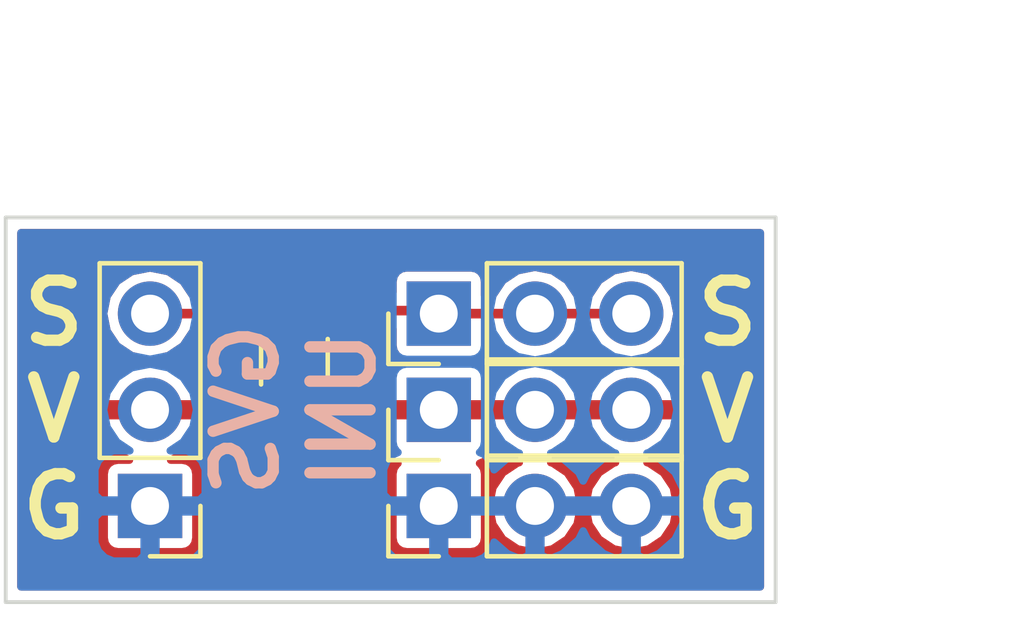
<source format=kicad_pcb>
(kicad_pcb (version 4) (host pcbnew "(after 2015-mar-04 BZR unknown)-product")

  (general
    (links 11)
    (no_connects 0)
    (area 15.189999 21.28 45.135715 36.880001)
    (thickness 1.6)
    (drawings 9)
    (tracks 7)
    (zones 0)
    (modules 5)
    (nets 4)
  )

  (page A3)
  (layers
    (0 F.Cu signal)
    (31 B.Cu signal)
    (36 B.SilkS user)
    (37 F.SilkS user)
    (38 B.Mask user)
    (39 F.Mask user)
    (40 Dwgs.User user)
    (41 Cmts.User user)
    (44 Edge.Cuts user)
  )

  (setup
    (last_trace_width 0.254)
    (trace_clearance 0.254)
    (zone_clearance 0.254)
    (zone_45_only no)
    (trace_min 0.254)
    (segment_width 0.2)
    (edge_width 0.1)
    (via_size 0.889)
    (via_drill 0.635)
    (via_min_size 0.889)
    (via_min_drill 0.508)
    (uvia_size 0.508)
    (uvia_drill 0.127)
    (uvias_allowed no)
    (uvia_min_size 0.508)
    (uvia_min_drill 0.127)
    (pcb_text_width 0.3)
    (pcb_text_size 1.5 1.5)
    (mod_edge_width 0.15)
    (mod_text_size 1 1)
    (mod_text_width 0.15)
    (pad_size 1.5 1.5)
    (pad_drill 0.6)
    (pad_to_mask_clearance 0)
    (aux_axis_origin 0 0)
    (visible_elements 7FFFFF7F)
    (pcbplotparams
      (layerselection 0x010f0_80000001)
      (usegerberextensions false)
      (excludeedgelayer true)
      (linewidth 0.150000)
      (plotframeref false)
      (viasonmask false)
      (mode 1)
      (useauxorigin false)
      (hpglpennumber 1)
      (hpglpenspeed 20)
      (hpglpendiameter 15)
      (hpglpenoverlay 2)
      (psnegative false)
      (psa4output false)
      (plotreference true)
      (plotvalue true)
      (plotinvisibletext false)
      (padsonsilk false)
      (subtractmaskfromsilk false)
      (outputformat 1)
      (mirror false)
      (drillshape 0)
      (scaleselection 1)
      (outputdirectory plots/))
  )

  (net 0 "")
  (net 1 /GND)
  (net 2 /SIG)
  (net 3 /VCC)

  (net_class Default "This is the default net class."
    (clearance 0.254)
    (trace_width 0.254)
    (via_dia 0.889)
    (via_drill 0.635)
    (uvia_dia 0.508)
    (uvia_drill 0.127)
    (add_net /GND)
    (add_net /SIG)
    (add_net /VCC)
  )

  (module Pin_Headers:Pin_Header_Straight_1x03_Pitch2.54mm (layer F.Cu) (tedit 590B3393) (tstamp 590B32EA)
    (at 19.05 34.29 180)
    (descr "Through hole straight pin header, 1x03, 2.54mm pitch, single row")
    (tags "Through hole pin header THT 1x03 2.54mm single row")
    (path /590B343A)
    (fp_text reference J1 (at -2.54 -1.27 180) (layer F.SilkS) hide
      (effects (font (size 1 1) (thickness 0.15)))
    )
    (fp_text value GVS (at 0 7.41 180) (layer F.SilkS) hide
      (effects (font (size 1 1) (thickness 0.15)))
    )
    (fp_line (start -1.27 -1.27) (end -1.27 6.35) (layer F.Fab) (width 0.1))
    (fp_line (start -1.27 6.35) (end 1.27 6.35) (layer F.Fab) (width 0.1))
    (fp_line (start 1.27 6.35) (end 1.27 -1.27) (layer F.Fab) (width 0.1))
    (fp_line (start 1.27 -1.27) (end -1.27 -1.27) (layer F.Fab) (width 0.1))
    (fp_line (start -1.33 1.27) (end -1.33 6.41) (layer F.SilkS) (width 0.12))
    (fp_line (start -1.33 6.41) (end 1.33 6.41) (layer F.SilkS) (width 0.12))
    (fp_line (start 1.33 6.41) (end 1.33 1.27) (layer F.SilkS) (width 0.12))
    (fp_line (start 1.33 1.27) (end -1.33 1.27) (layer F.SilkS) (width 0.12))
    (fp_line (start -1.33 0) (end -1.33 -1.33) (layer F.SilkS) (width 0.12))
    (fp_line (start -1.33 -1.33) (end 0 -1.33) (layer F.SilkS) (width 0.12))
    (fp_line (start -1.8 -1.8) (end -1.8 6.85) (layer F.CrtYd) (width 0.05))
    (fp_line (start -1.8 6.85) (end 1.8 6.85) (layer F.CrtYd) (width 0.05))
    (fp_line (start 1.8 6.85) (end 1.8 -1.8) (layer F.CrtYd) (width 0.05))
    (fp_line (start 1.8 -1.8) (end -1.8 -1.8) (layer F.CrtYd) (width 0.05))
    (fp_text user %R (at 0 -2.33 180) (layer F.Fab)
      (effects (font (size 1 1) (thickness 0.15)))
    )
    (pad 1 thru_hole rect (at 0 0 180) (size 1.7 1.7) (drill 1) (layers *.Cu *.Mask)
      (net 1 /GND))
    (pad 2 thru_hole oval (at 0 2.54 180) (size 1.7 1.7) (drill 1) (layers *.Cu *.Mask)
      (net 3 /VCC))
    (pad 3 thru_hole oval (at 0 5.08 180) (size 1.7 1.7) (drill 1) (layers *.Cu *.Mask)
      (net 2 /SIG))
    (model ${KISYS3DMOD}/Pin_Headers.3dshapes/Pin_Header_Straight_1x03_Pitch2.54mm.wrl
      (at (xyz 0 -0.1 0))
      (scale (xyz 1 1 1))
      (rotate (xyz 0 0 90))
    )
  )

  (module Pin_Headers:Pin_Header_Straight_1x03_Pitch2.54mm (layer F.Cu) (tedit 590B339D) (tstamp 590B3314)
    (at 26.67 29.21 90)
    (descr "Through hole straight pin header, 1x03, 2.54mm pitch, single row")
    (tags "Through hole pin header THT 1x03 2.54mm single row")
    (path /590B2BA5)
    (fp_text reference P1 (at 0 -2.33 90) (layer F.SilkS) hide
      (effects (font (size 1 1) (thickness 0.15)))
    )
    (fp_text value CONN_01X03 (at 0 7.41 90) (layer F.SilkS) hide
      (effects (font (size 1 1) (thickness 0.15)))
    )
    (fp_line (start -1.27 -1.27) (end -1.27 6.35) (layer F.Fab) (width 0.1))
    (fp_line (start -1.27 6.35) (end 1.27 6.35) (layer F.Fab) (width 0.1))
    (fp_line (start 1.27 6.35) (end 1.27 -1.27) (layer F.Fab) (width 0.1))
    (fp_line (start 1.27 -1.27) (end -1.27 -1.27) (layer F.Fab) (width 0.1))
    (fp_line (start -1.33 1.27) (end -1.33 6.41) (layer F.SilkS) (width 0.12))
    (fp_line (start -1.33 6.41) (end 1.33 6.41) (layer F.SilkS) (width 0.12))
    (fp_line (start 1.33 6.41) (end 1.33 1.27) (layer F.SilkS) (width 0.12))
    (fp_line (start 1.33 1.27) (end -1.33 1.27) (layer F.SilkS) (width 0.12))
    (fp_line (start -1.33 0) (end -1.33 -1.33) (layer F.SilkS) (width 0.12))
    (fp_line (start -1.33 -1.33) (end 0 -1.33) (layer F.SilkS) (width 0.12))
    (fp_line (start -1.8 -1.8) (end -1.8 6.85) (layer F.CrtYd) (width 0.05))
    (fp_line (start -1.8 6.85) (end 1.8 6.85) (layer F.CrtYd) (width 0.05))
    (fp_line (start 1.8 6.85) (end 1.8 -1.8) (layer F.CrtYd) (width 0.05))
    (fp_line (start 1.8 -1.8) (end -1.8 -1.8) (layer F.CrtYd) (width 0.05))
    (fp_text user %R (at 0 -2.33 90) (layer F.Fab)
      (effects (font (size 1 1) (thickness 0.15)))
    )
    (pad 1 thru_hole rect (at 0 0 90) (size 1.7 1.7) (drill 1) (layers *.Cu *.Mask)
      (net 2 /SIG))
    (pad 2 thru_hole oval (at 0 2.54 90) (size 1.7 1.7) (drill 1) (layers *.Cu *.Mask)
      (net 2 /SIG))
    (pad 3 thru_hole oval (at 0 5.08 90) (size 1.7 1.7) (drill 1) (layers *.Cu *.Mask)
      (net 2 /SIG))
    (model ${KISYS3DMOD}/Pin_Headers.3dshapes/Pin_Header_Straight_1x03_Pitch2.54mm.wrl
      (at (xyz 0 -0.1 0))
      (scale (xyz 1 1 1))
      (rotate (xyz 0 0 90))
    )
  )

  (module Pin_Headers:Pin_Header_Straight_1x03_Pitch2.54mm (layer F.Cu) (tedit 590B3399) (tstamp 590B332A)
    (at 26.67 31.75 90)
    (descr "Through hole straight pin header, 1x03, 2.54mm pitch, single row")
    (tags "Through hole pin header THT 1x03 2.54mm single row")
    (path /590B2BE4)
    (fp_text reference P2 (at 0 -2.33 90) (layer F.SilkS) hide
      (effects (font (size 1 1) (thickness 0.15)))
    )
    (fp_text value CONN_01X03 (at 0 7.41 90) (layer F.SilkS) hide
      (effects (font (size 1 1) (thickness 0.15)))
    )
    (fp_line (start -1.27 -1.27) (end -1.27 6.35) (layer F.Fab) (width 0.1))
    (fp_line (start -1.27 6.35) (end 1.27 6.35) (layer F.Fab) (width 0.1))
    (fp_line (start 1.27 6.35) (end 1.27 -1.27) (layer F.Fab) (width 0.1))
    (fp_line (start 1.27 -1.27) (end -1.27 -1.27) (layer F.Fab) (width 0.1))
    (fp_line (start -1.33 1.27) (end -1.33 6.41) (layer F.SilkS) (width 0.12))
    (fp_line (start -1.33 6.41) (end 1.33 6.41) (layer F.SilkS) (width 0.12))
    (fp_line (start 1.33 6.41) (end 1.33 1.27) (layer F.SilkS) (width 0.12))
    (fp_line (start 1.33 1.27) (end -1.33 1.27) (layer F.SilkS) (width 0.12))
    (fp_line (start -1.33 0) (end -1.33 -1.33) (layer F.SilkS) (width 0.12))
    (fp_line (start -1.33 -1.33) (end 0 -1.33) (layer F.SilkS) (width 0.12))
    (fp_line (start -1.8 -1.8) (end -1.8 6.85) (layer F.CrtYd) (width 0.05))
    (fp_line (start -1.8 6.85) (end 1.8 6.85) (layer F.CrtYd) (width 0.05))
    (fp_line (start 1.8 6.85) (end 1.8 -1.8) (layer F.CrtYd) (width 0.05))
    (fp_line (start 1.8 -1.8) (end -1.8 -1.8) (layer F.CrtYd) (width 0.05))
    (fp_text user %R (at 0 -2.33 90) (layer F.Fab)
      (effects (font (size 1 1) (thickness 0.15)))
    )
    (pad 1 thru_hole rect (at 0 0 90) (size 1.7 1.7) (drill 1) (layers *.Cu *.Mask)
      (net 3 /VCC))
    (pad 2 thru_hole oval (at 0 2.54 90) (size 1.7 1.7) (drill 1) (layers *.Cu *.Mask)
      (net 3 /VCC))
    (pad 3 thru_hole oval (at 0 5.08 90) (size 1.7 1.7) (drill 1) (layers *.Cu *.Mask)
      (net 3 /VCC))
    (model ${KISYS3DMOD}/Pin_Headers.3dshapes/Pin_Header_Straight_1x03_Pitch2.54mm.wrl
      (at (xyz 0 -0.1 0))
      (scale (xyz 1 1 1))
      (rotate (xyz 0 0 90))
    )
  )

  (module Pin_Headers:Pin_Header_Straight_1x03_Pitch2.54mm (layer F.Cu) (tedit 590B33A0) (tstamp 590B3340)
    (at 26.67 34.29 90)
    (descr "Through hole straight pin header, 1x03, 2.54mm pitch, single row")
    (tags "Through hole pin header THT 1x03 2.54mm single row")
    (path /590B2C14)
    (fp_text reference P3 (at 0 -2.33 90) (layer F.SilkS) hide
      (effects (font (size 1 1) (thickness 0.15)))
    )
    (fp_text value CONN_01X03 (at 0 7.41 90) (layer F.SilkS) hide
      (effects (font (size 1 1) (thickness 0.15)))
    )
    (fp_line (start -1.27 -1.27) (end -1.27 6.35) (layer F.Fab) (width 0.1))
    (fp_line (start -1.27 6.35) (end 1.27 6.35) (layer F.Fab) (width 0.1))
    (fp_line (start 1.27 6.35) (end 1.27 -1.27) (layer F.Fab) (width 0.1))
    (fp_line (start 1.27 -1.27) (end -1.27 -1.27) (layer F.Fab) (width 0.1))
    (fp_line (start -1.33 1.27) (end -1.33 6.41) (layer F.SilkS) (width 0.12))
    (fp_line (start -1.33 6.41) (end 1.33 6.41) (layer F.SilkS) (width 0.12))
    (fp_line (start 1.33 6.41) (end 1.33 1.27) (layer F.SilkS) (width 0.12))
    (fp_line (start 1.33 1.27) (end -1.33 1.27) (layer F.SilkS) (width 0.12))
    (fp_line (start -1.33 0) (end -1.33 -1.33) (layer F.SilkS) (width 0.12))
    (fp_line (start -1.33 -1.33) (end 0 -1.33) (layer F.SilkS) (width 0.12))
    (fp_line (start -1.8 -1.8) (end -1.8 6.85) (layer F.CrtYd) (width 0.05))
    (fp_line (start -1.8 6.85) (end 1.8 6.85) (layer F.CrtYd) (width 0.05))
    (fp_line (start 1.8 6.85) (end 1.8 -1.8) (layer F.CrtYd) (width 0.05))
    (fp_line (start 1.8 -1.8) (end -1.8 -1.8) (layer F.CrtYd) (width 0.05))
    (fp_text user %R (at 0 -2.33 90) (layer F.Fab)
      (effects (font (size 1 1) (thickness 0.15)))
    )
    (pad 1 thru_hole rect (at 0 0 90) (size 1.7 1.7) (drill 1) (layers *.Cu *.Mask)
      (net 1 /GND))
    (pad 2 thru_hole oval (at 0 2.54 90) (size 1.7 1.7) (drill 1) (layers *.Cu *.Mask)
      (net 1 /GND))
    (pad 3 thru_hole oval (at 0 5.08 90) (size 1.7 1.7) (drill 1) (layers *.Cu *.Mask)
      (net 1 /GND))
    (model ${KISYS3DMOD}/Pin_Headers.3dshapes/Pin_Header_Straight_1x03_Pitch2.54mm.wrl
      (at (xyz 0 -0.1 0))
      (scale (xyz 1 1 1))
      (rotate (xyz 0 0 90))
    )
  )

  (module Resistors_SMD:R_0805_HandSoldering (layer F.Cu) (tedit 590B3396) (tstamp 590B3341)
    (at 22.86 30.48 270)
    (descr "Resistor SMD 0805, hand soldering")
    (tags "resistor 0805")
    (path /53B991CD)
    (attr smd)
    (fp_text reference R1 (at 3.302 0 360) (layer F.SilkS) hide
      (effects (font (size 1 1) (thickness 0.15)))
    )
    (fp_text value 10K (at 0 1.75 270) (layer F.SilkS) hide
      (effects (font (size 1 1) (thickness 0.15)))
    )
    (fp_text user %R (at 0 0 270) (layer F.Fab)
      (effects (font (size 0.5 0.5) (thickness 0.075)))
    )
    (fp_line (start -1 0.62) (end -1 -0.62) (layer F.Fab) (width 0.1))
    (fp_line (start 1 0.62) (end -1 0.62) (layer F.Fab) (width 0.1))
    (fp_line (start 1 -0.62) (end 1 0.62) (layer F.Fab) (width 0.1))
    (fp_line (start -1 -0.62) (end 1 -0.62) (layer F.Fab) (width 0.1))
    (fp_line (start 0.6 0.88) (end -0.6 0.88) (layer F.SilkS) (width 0.12))
    (fp_line (start -0.6 -0.88) (end 0.6 -0.88) (layer F.SilkS) (width 0.12))
    (fp_line (start -2.35 -0.9) (end 2.35 -0.9) (layer F.CrtYd) (width 0.05))
    (fp_line (start -2.35 -0.9) (end -2.35 0.9) (layer F.CrtYd) (width 0.05))
    (fp_line (start 2.35 0.9) (end 2.35 -0.9) (layer F.CrtYd) (width 0.05))
    (fp_line (start 2.35 0.9) (end -2.35 0.9) (layer F.CrtYd) (width 0.05))
    (pad 1 smd rect (at -1.35 0 270) (size 1.5 1.3) (layers F.Cu F.Mask)
      (net 2 /SIG))
    (pad 2 smd rect (at 1.35 0 270) (size 1.5 1.3) (layers F.Cu F.Mask)
      (net 3 /VCC))
    (model ${KISYS3DMOD}/Resistors_SMD.3dshapes/R_0805.wrl
      (at (xyz 0 0 0))
      (scale (xyz 1 1 1))
      (rotate (xyz 0 0 0))
    )
  )

  (gr_text "GVS\nUNI" (at 22.86 31.75 90) (layer B.SilkS)
    (effects (font (size 1.5875 1.5875) (thickness 0.3)) (justify mirror))
  )
  (dimension 10.16 (width 0.3) (layer Dwgs.User)
    (gr_text "0.4000 in" (at 39.45 31.75 90) (layer Dwgs.User)
      (effects (font (size 1.5 1.5) (thickness 0.3)))
    )
    (feature1 (pts (xy 35.56 26.67) (xy 40.8 26.67)))
    (feature2 (pts (xy 35.56 36.83) (xy 40.8 36.83)))
    (crossbar (pts (xy 38.1 36.83) (xy 38.1 26.67)))
    (arrow1a (pts (xy 38.1 26.67) (xy 38.686421 27.796504)))
    (arrow1b (pts (xy 38.1 26.67) (xy 37.513579 27.796504)))
    (arrow2a (pts (xy 38.1 36.83) (xy 38.686421 35.703496)))
    (arrow2b (pts (xy 38.1 36.83) (xy 37.513579 35.703496)))
  )
  (dimension 20.32 (width 0.3) (layer Dwgs.User)
    (gr_text "0.8000 in" (at 25.4 22.78) (layer Dwgs.User)
      (effects (font (size 1.5 1.5) (thickness 0.3)))
    )
    (feature1 (pts (xy 15.24 26.67) (xy 15.24 21.43)))
    (feature2 (pts (xy 35.56 26.67) (xy 35.56 21.43)))
    (crossbar (pts (xy 35.56 24.13) (xy 15.24 24.13)))
    (arrow1a (pts (xy 15.24 24.13) (xy 16.366504 23.543579)))
    (arrow1b (pts (xy 15.24 24.13) (xy 16.366504 24.716421)))
    (arrow2a (pts (xy 35.56 24.13) (xy 34.433496 23.543579)))
    (arrow2b (pts (xy 35.56 24.13) (xy 34.433496 24.716421)))
  )
  (gr_line (start 35.56 36.83) (end 15.24 36.83) (angle 90) (layer Edge.Cuts) (width 0.1))
  (gr_line (start 35.56 26.67) (end 35.56 36.83) (angle 90) (layer Edge.Cuts) (width 0.1))
  (gr_line (start 15.24 26.67) (end 35.56 26.67) (angle 90) (layer Edge.Cuts) (width 0.1))
  (gr_text "S\nV\nG" (at 34.29 31.75) (layer F.SilkS)
    (effects (font (size 1.5875 1.5875) (thickness 0.3)))
  )
  (gr_text "S\nV\nG" (at 16.51 31.75) (layer F.SilkS)
    (effects (font (size 1.5875 1.5875) (thickness 0.3)))
  )
  (gr_line (start 15.24 26.67) (end 15.24 36.83) (angle 90) (layer Edge.Cuts) (width 0.1))

  (segment (start 26.59 29.13) (end 26.67 29.21) (width 0.254) (layer F.Cu) (net 2) (tstamp 590B3578))
  (segment (start 22.78 29.21) (end 22.86 29.13) (width 0.254) (layer F.Cu) (net 2) (tstamp 590B3589))
  (segment (start 19.05 29.21) (end 22.78 29.21) (width 0.254) (layer F.Cu) (net 2))
  (segment (start 26.59 29.13) (end 26.67 29.21) (width 0.254) (layer F.Cu) (net 2) (tstamp 590B358C))
  (segment (start 22.86 29.13) (end 26.59 29.13) (width 0.254) (layer F.Cu) (net 2))
  (segment (start 26.67 29.21) (end 29.21 29.21) (width 0.254) (layer F.Cu) (net 2))
  (segment (start 29.21 29.21) (end 31.75 29.21) (width 0.254) (layer F.Cu) (net 2))

  (zone (net 3) (net_name /VCC) (layer F.Cu) (tstamp 590B3582) (hatch edge 0.508)
    (connect_pads (clearance 0.254))
    (min_thickness 0.2032)
    (fill yes (arc_segments 16) (thermal_gap 0.508) (thermal_bridge_width 0.508))
    (polygon
      (pts
        (xy 15.24 26.67) (xy 35.56 26.67) (xy 35.56 36.83) (xy 15.24 36.83)
      )
    )
    (filled_polygon
      (pts
        (xy 35.1544 36.4244) (xy 33.159921 36.4244) (xy 33.159921 32.127609) (xy 33.159921 31.372391) (xy 32.908092 30.861581)
        (xy 32.479954 30.486025) (xy 32.166782 30.356315) (xy 32.211363 30.347448) (xy 32.602488 30.086107) (xy 32.863829 29.694982)
        (xy 32.9556 29.233619) (xy 32.9556 29.186381) (xy 32.863829 28.725018) (xy 32.602488 28.333893) (xy 32.211363 28.072552)
        (xy 31.75 27.980781) (xy 31.288637 28.072552) (xy 30.897512 28.333893) (xy 30.636171 28.725018) (xy 30.635697 28.7274)
        (xy 30.324302 28.7274) (xy 30.323829 28.725018) (xy 30.062488 28.333893) (xy 29.671363 28.072552) (xy 29.21 27.980781)
        (xy 28.748637 28.072552) (xy 28.357512 28.333893) (xy 28.096171 28.725018) (xy 28.095697 28.7274) (xy 27.882567 28.7274)
        (xy 27.882567 28.36) (xy 27.856259 28.224411) (xy 27.777977 28.105241) (xy 27.659799 28.025469) (xy 27.52 27.997433)
        (xy 25.82 27.997433) (xy 25.684411 28.023741) (xy 25.565241 28.102023) (xy 25.485469 28.220201) (xy 25.457433 28.36)
        (xy 25.457433 28.6474) (xy 23.872567 28.6474) (xy 23.872567 28.38) (xy 23.846259 28.244411) (xy 23.767977 28.125241)
        (xy 23.649799 28.045469) (xy 23.51 28.017433) (xy 22.21 28.017433) (xy 22.074411 28.043741) (xy 21.955241 28.122023)
        (xy 21.875469 28.240201) (xy 21.847433 28.38) (xy 21.847433 28.7274) (xy 20.173257 28.7274) (xy 19.926107 28.357512)
        (xy 19.534982 28.096171) (xy 19.073619 28.0044) (xy 19.026381 28.0044) (xy 18.565018 28.096171) (xy 18.173893 28.357512)
        (xy 17.912552 28.748637) (xy 17.820781 29.21) (xy 17.912552 29.671363) (xy 18.173893 30.062488) (xy 18.565018 30.323829)
        (xy 18.665008 30.343718) (xy 18.161581 30.591908) (xy 17.786025 31.020046) (xy 17.64009 31.372393) (xy 17.751714 31.5976)
        (xy 18.8976 31.5976) (xy 18.8976 31.5776) (xy 19.2024 31.5776) (xy 19.2024 31.5976) (xy 20.348286 31.5976)
        (xy 20.45991 31.372393) (xy 20.313975 31.020046) (xy 19.938419 30.591908) (xy 19.434991 30.343718) (xy 19.534982 30.323829)
        (xy 19.926107 30.062488) (xy 20.173257 29.6926) (xy 21.847433 29.6926) (xy 21.847433 29.88) (xy 21.873741 30.015589)
        (xy 21.952023 30.134759) (xy 22.070201 30.214531) (xy 22.21 30.242567) (xy 23.51 30.242567) (xy 23.645589 30.216259)
        (xy 23.764759 30.137977) (xy 23.844531 30.019799) (xy 23.872567 29.88) (xy 23.872567 29.6126) (xy 25.457433 29.6126)
        (xy 25.457433 30.06) (xy 25.483741 30.195589) (xy 25.562023 30.314759) (xy 25.591651 30.334758) (xy 25.474689 30.383206)
        (xy 25.303206 30.554689) (xy 25.2104 30.778743) (xy 25.2104 31.4452) (xy 25.3628 31.5976) (xy 26.5176 31.5976)
        (xy 26.5176 31.5776) (xy 26.8224 31.5776) (xy 26.8224 31.5976) (xy 27.910766 31.5976) (xy 27.9772 31.5976)
        (xy 29.0576 31.5976) (xy 29.0576 31.5776) (xy 29.3624 31.5776) (xy 29.3624 31.5976) (xy 30.450766 31.5976)
        (xy 30.509234 31.5976) (xy 31.5976 31.5976) (xy 31.5976 31.5776) (xy 31.9024 31.5776) (xy 31.9024 31.5976)
        (xy 33.049234 31.5976) (xy 33.159921 31.372391) (xy 33.159921 32.127609) (xy 33.049234 31.9024) (xy 31.9024 31.9024)
        (xy 31.9024 31.9224) (xy 31.5976 31.9224) (xy 31.5976 31.9024) (xy 30.509234 31.9024) (xy 30.450766 31.9024)
        (xy 29.3624 31.9024) (xy 29.3624 31.9224) (xy 29.0576 31.9224) (xy 29.0576 31.9024) (xy 27.9772 31.9024)
        (xy 27.910766 31.9024) (xy 26.8224 31.9024) (xy 26.8224 31.9224) (xy 26.5176 31.9224) (xy 26.5176 31.9024)
        (xy 25.3628 31.9024) (xy 25.2104 32.0548) (xy 25.2104 32.721257) (xy 25.303206 32.945311) (xy 25.474689 33.116794)
        (xy 25.591121 33.165021) (xy 25.565241 33.182023) (xy 25.485469 33.300201) (xy 25.457433 33.44) (xy 25.457433 35.14)
        (xy 25.483741 35.275589) (xy 25.562023 35.394759) (xy 25.680201 35.474531) (xy 25.82 35.502567) (xy 27.52 35.502567)
        (xy 27.655589 35.476259) (xy 27.774759 35.397977) (xy 27.854531 35.279799) (xy 27.882567 35.14) (xy 27.882567 33.44)
        (xy 27.856259 33.304411) (xy 27.777977 33.185241) (xy 27.748348 33.165241) (xy 27.865311 33.116794) (xy 28.036794 32.945311)
        (xy 28.1296 32.721257) (xy 28.1296 32.706569) (xy 28.480046 33.013975) (xy 28.793217 33.143684) (xy 28.748637 33.152552)
        (xy 28.357512 33.413893) (xy 28.096171 33.805018) (xy 28.0044 34.266381) (xy 28.0044 34.313619) (xy 28.096171 34.774982)
        (xy 28.357512 35.166107) (xy 28.748637 35.427448) (xy 29.21 35.519219) (xy 29.671363 35.427448) (xy 30.062488 35.166107)
        (xy 30.323829 34.774982) (xy 30.4156 34.313619) (xy 30.4156 34.266381) (xy 30.323829 33.805018) (xy 30.062488 33.413893)
        (xy 29.671363 33.152552) (xy 29.626782 33.143684) (xy 29.939954 33.013975) (xy 30.368092 32.638419) (xy 30.48 32.411424)
        (xy 30.591908 32.638419) (xy 31.020046 33.013975) (xy 31.333217 33.143684) (xy 31.288637 33.152552) (xy 30.897512 33.413893)
        (xy 30.636171 33.805018) (xy 30.5444 34.266381) (xy 30.5444 34.313619) (xy 30.636171 34.774982) (xy 30.897512 35.166107)
        (xy 31.288637 35.427448) (xy 31.75 35.519219) (xy 32.211363 35.427448) (xy 32.602488 35.166107) (xy 32.863829 34.774982)
        (xy 32.9556 34.313619) (xy 32.9556 34.266381) (xy 32.863829 33.805018) (xy 32.602488 33.413893) (xy 32.211363 33.152552)
        (xy 32.166782 33.143684) (xy 32.479954 33.013975) (xy 32.908092 32.638419) (xy 33.159921 32.127609) (xy 33.159921 36.4244)
        (xy 24.1196 36.4244) (xy 24.1196 32.701257) (xy 24.1196 32.1348) (xy 24.1196 31.5252) (xy 24.1196 30.958743)
        (xy 24.026794 30.734689) (xy 23.855311 30.563206) (xy 23.631257 30.4704) (xy 23.388743 30.4704) (xy 23.1648 30.4704)
        (xy 23.0124 30.6228) (xy 23.0124 31.6776) (xy 23.9672 31.6776) (xy 24.1196 31.5252) (xy 24.1196 32.1348)
        (xy 23.9672 31.9824) (xy 23.0124 31.9824) (xy 23.0124 33.0372) (xy 23.1648 33.1896) (xy 23.388743 33.1896)
        (xy 23.631257 33.1896) (xy 23.855311 33.096794) (xy 24.026794 32.925311) (xy 24.1196 32.701257) (xy 24.1196 36.4244)
        (xy 22.7076 36.4244) (xy 22.7076 33.0372) (xy 22.7076 31.9824) (xy 22.7076 31.6776) (xy 22.7076 30.6228)
        (xy 22.5552 30.4704) (xy 22.331257 30.4704) (xy 22.088743 30.4704) (xy 21.864689 30.563206) (xy 21.693206 30.734689)
        (xy 21.6004 30.958743) (xy 21.6004 31.5252) (xy 21.7528 31.6776) (xy 22.7076 31.6776) (xy 22.7076 31.9824)
        (xy 21.7528 31.9824) (xy 21.6004 32.1348) (xy 21.6004 32.701257) (xy 21.693206 32.925311) (xy 21.864689 33.096794)
        (xy 22.088743 33.1896) (xy 22.331257 33.1896) (xy 22.5552 33.1896) (xy 22.7076 33.0372) (xy 22.7076 36.4244)
        (xy 20.45991 36.4244) (xy 20.45991 32.127607) (xy 20.348286 31.9024) (xy 19.2024 31.9024) (xy 19.2024 31.9224)
        (xy 18.8976 31.9224) (xy 18.8976 31.9024) (xy 17.751714 31.9024) (xy 17.64009 32.127607) (xy 17.786025 32.479954)
        (xy 18.161581 32.908092) (xy 18.505072 33.077433) (xy 18.2 33.077433) (xy 18.064411 33.103741) (xy 17.945241 33.182023)
        (xy 17.865469 33.300201) (xy 17.837433 33.44) (xy 17.837433 35.14) (xy 17.863741 35.275589) (xy 17.942023 35.394759)
        (xy 18.060201 35.474531) (xy 18.2 35.502567) (xy 19.9 35.502567) (xy 20.035589 35.476259) (xy 20.154759 35.397977)
        (xy 20.234531 35.279799) (xy 20.262567 35.14) (xy 20.262567 33.44) (xy 20.236259 33.304411) (xy 20.157977 33.185241)
        (xy 20.039799 33.105469) (xy 19.9 33.077433) (xy 19.594927 33.077433) (xy 19.938419 32.908092) (xy 20.313975 32.479954)
        (xy 20.45991 32.127607) (xy 20.45991 36.4244) (xy 15.6456 36.4244) (xy 15.6456 27.0756) (xy 35.1544 27.0756)
        (xy 35.1544 36.4244)
      )
    )
  )
  (zone (net 1) (net_name /GND) (layer B.Cu) (tstamp 590B3583) (hatch edge 0.508)
    (connect_pads (clearance 0.254))
    (min_thickness 0.2032)
    (fill yes (arc_segments 16) (thermal_gap 0.508) (thermal_bridge_width 0.508))
    (polygon
      (pts
        (xy 15.24 26.67) (xy 35.56 26.67) (xy 35.56 36.83) (xy 15.24 36.83)
      )
    )
    (filled_polygon
      (pts
        (xy 35.1544 36.4244) (xy 33.159921 36.4244) (xy 33.159921 34.667609) (xy 33.159921 33.912391) (xy 32.908092 33.401581)
        (xy 32.479954 33.026025) (xy 32.166782 32.896315) (xy 32.211363 32.887448) (xy 32.602488 32.626107) (xy 32.863829 32.234982)
        (xy 32.9556 31.773619) (xy 32.9556 31.726381) (xy 32.9556 29.233619) (xy 32.9556 29.186381) (xy 32.863829 28.725018)
        (xy 32.602488 28.333893) (xy 32.211363 28.072552) (xy 31.75 27.980781) (xy 31.288637 28.072552) (xy 30.897512 28.333893)
        (xy 30.636171 28.725018) (xy 30.5444 29.186381) (xy 30.5444 29.233619) (xy 30.636171 29.694982) (xy 30.897512 30.086107)
        (xy 31.288637 30.347448) (xy 31.75 30.439219) (xy 32.211363 30.347448) (xy 32.602488 30.086107) (xy 32.863829 29.694982)
        (xy 32.9556 29.233619) (xy 32.9556 31.726381) (xy 32.863829 31.265018) (xy 32.602488 30.873893) (xy 32.211363 30.612552)
        (xy 31.75 30.520781) (xy 31.288637 30.612552) (xy 30.897512 30.873893) (xy 30.636171 31.265018) (xy 30.5444 31.726381)
        (xy 30.5444 31.773619) (xy 30.636171 32.234982) (xy 30.897512 32.626107) (xy 31.288637 32.887448) (xy 31.333217 32.896315)
        (xy 31.020046 33.026025) (xy 30.591908 33.401581) (xy 30.48 33.628575) (xy 30.368092 33.401581) (xy 29.939954 33.026025)
        (xy 29.626782 32.896315) (xy 29.671363 32.887448) (xy 30.062488 32.626107) (xy 30.323829 32.234982) (xy 30.4156 31.773619)
        (xy 30.4156 31.726381) (xy 30.4156 29.233619) (xy 30.4156 29.186381) (xy 30.323829 28.725018) (xy 30.062488 28.333893)
        (xy 29.671363 28.072552) (xy 29.21 27.980781) (xy 28.748637 28.072552) (xy 28.357512 28.333893) (xy 28.096171 28.725018)
        (xy 28.0044 29.186381) (xy 28.0044 29.233619) (xy 28.096171 29.694982) (xy 28.357512 30.086107) (xy 28.748637 30.347448)
        (xy 29.21 30.439219) (xy 29.671363 30.347448) (xy 30.062488 30.086107) (xy 30.323829 29.694982) (xy 30.4156 29.233619)
        (xy 30.4156 31.726381) (xy 30.323829 31.265018) (xy 30.062488 30.873893) (xy 29.671363 30.612552) (xy 29.21 30.520781)
        (xy 28.748637 30.612552) (xy 28.357512 30.873893) (xy 28.096171 31.265018) (xy 28.0044 31.726381) (xy 28.0044 31.773619)
        (xy 28.096171 32.234982) (xy 28.357512 32.626107) (xy 28.748637 32.887448) (xy 28.793217 32.896315) (xy 28.480046 33.026025)
        (xy 28.1296 33.33343) (xy 28.1296 33.318743) (xy 28.036794 33.094689) (xy 27.865311 32.923206) (xy 27.748878 32.874978)
        (xy 27.774759 32.857977) (xy 27.854531 32.739799) (xy 27.882567 32.6) (xy 27.882567 30.9) (xy 27.882567 30.06)
        (xy 27.882567 28.36) (xy 27.856259 28.224411) (xy 27.777977 28.105241) (xy 27.659799 28.025469) (xy 27.52 27.997433)
        (xy 25.82 27.997433) (xy 25.684411 28.023741) (xy 25.565241 28.102023) (xy 25.485469 28.220201) (xy 25.457433 28.36)
        (xy 25.457433 30.06) (xy 25.483741 30.195589) (xy 25.562023 30.314759) (xy 25.680201 30.394531) (xy 25.82 30.422567)
        (xy 27.52 30.422567) (xy 27.655589 30.396259) (xy 27.774759 30.317977) (xy 27.854531 30.199799) (xy 27.882567 30.06)
        (xy 27.882567 30.9) (xy 27.856259 30.764411) (xy 27.777977 30.645241) (xy 27.659799 30.565469) (xy 27.52 30.537433)
        (xy 25.82 30.537433) (xy 25.684411 30.563741) (xy 25.565241 30.642023) (xy 25.485469 30.760201) (xy 25.457433 30.9)
        (xy 25.457433 32.6) (xy 25.483741 32.735589) (xy 25.562023 32.854759) (xy 25.591651 32.874758) (xy 25.474689 32.923206)
        (xy 25.303206 33.094689) (xy 25.2104 33.318743) (xy 25.2104 33.9852) (xy 25.3628 34.1376) (xy 26.5176 34.1376)
        (xy 26.5176 34.1176) (xy 26.8224 34.1176) (xy 26.8224 34.1376) (xy 27.910766 34.1376) (xy 27.9772 34.1376)
        (xy 29.0576 34.1376) (xy 29.0576 34.1176) (xy 29.3624 34.1176) (xy 29.3624 34.1376) (xy 30.450766 34.1376)
        (xy 30.509234 34.1376) (xy 31.5976 34.1376) (xy 31.5976 34.1176) (xy 31.9024 34.1176) (xy 31.9024 34.1376)
        (xy 33.049234 34.1376) (xy 33.159921 33.912391) (xy 33.159921 34.667609) (xy 33.049234 34.4424) (xy 31.9024 34.4424)
        (xy 31.9024 35.588286) (xy 32.127607 35.69991) (xy 32.479954 35.553975) (xy 32.908092 35.178419) (xy 33.159921 34.667609)
        (xy 33.159921 36.4244) (xy 31.5976 36.4244) (xy 31.5976 35.588286) (xy 31.5976 34.4424) (xy 30.509234 34.4424)
        (xy 30.450766 34.4424) (xy 29.3624 34.4424) (xy 29.3624 35.588286) (xy 29.587607 35.69991) (xy 29.939954 35.553975)
        (xy 30.368092 35.178419) (xy 30.48 34.951424) (xy 30.591908 35.178419) (xy 31.020046 35.553975) (xy 31.372393 35.69991)
        (xy 31.5976 35.588286) (xy 31.5976 36.4244) (xy 29.0576 36.4244) (xy 29.0576 35.588286) (xy 29.0576 34.4424)
        (xy 27.9772 34.4424) (xy 27.910766 34.4424) (xy 26.8224 34.4424) (xy 26.8224 35.5972) (xy 26.9748 35.7496)
        (xy 27.398743 35.7496) (xy 27.641257 35.7496) (xy 27.865311 35.656794) (xy 28.036794 35.485311) (xy 28.1296 35.261257)
        (xy 28.1296 35.246569) (xy 28.480046 35.553975) (xy 28.832393 35.69991) (xy 29.0576 35.588286) (xy 29.0576 36.4244)
        (xy 26.5176 36.4244) (xy 26.5176 35.5972) (xy 26.5176 34.4424) (xy 25.3628 34.4424) (xy 25.2104 34.5948)
        (xy 25.2104 35.261257) (xy 25.303206 35.485311) (xy 25.474689 35.656794) (xy 25.698743 35.7496) (xy 25.941257 35.7496)
        (xy 26.3652 35.7496) (xy 26.5176 35.5972) (xy 26.5176 36.4244) (xy 20.5096 36.4244) (xy 20.5096 35.261257)
        (xy 20.5096 35.018743) (xy 20.5096 34.5948) (xy 20.5096 33.9852) (xy 20.5096 33.561257) (xy 20.5096 33.318743)
        (xy 20.416794 33.094689) (xy 20.245311 32.923206) (xy 20.021257 32.8304) (xy 19.585012 32.8304) (xy 19.926107 32.602488)
        (xy 20.187448 32.211363) (xy 20.279219 31.75) (xy 20.279219 29.21) (xy 20.187448 28.748637) (xy 19.926107 28.357512)
        (xy 19.534982 28.096171) (xy 19.073619 28.0044) (xy 19.026381 28.0044) (xy 18.565018 28.096171) (xy 18.173893 28.357512)
        (xy 17.912552 28.748637) (xy 17.820781 29.21) (xy 17.912552 29.671363) (xy 18.173893 30.062488) (xy 18.565018 30.323829)
        (xy 19.026381 30.4156) (xy 19.073619 30.4156) (xy 19.534982 30.323829) (xy 19.926107 30.062488) (xy 20.187448 29.671363)
        (xy 20.279219 29.21) (xy 20.279219 31.75) (xy 20.187448 31.288637) (xy 19.926107 30.897512) (xy 19.534982 30.636171)
        (xy 19.073619 30.5444) (xy 19.026381 30.5444) (xy 18.565018 30.636171) (xy 18.173893 30.897512) (xy 17.912552 31.288637)
        (xy 17.820781 31.75) (xy 17.912552 32.211363) (xy 18.173893 32.602488) (xy 18.514987 32.8304) (xy 18.078743 32.8304)
        (xy 17.854689 32.923206) (xy 17.683206 33.094689) (xy 17.5904 33.318743) (xy 17.5904 33.561257) (xy 17.5904 33.9852)
        (xy 17.7428 34.1376) (xy 18.8976 34.1376) (xy 18.8976 34.1176) (xy 19.2024 34.1176) (xy 19.2024 34.1376)
        (xy 20.3572 34.1376) (xy 20.5096 33.9852) (xy 20.5096 34.5948) (xy 20.3572 34.4424) (xy 19.2024 34.4424)
        (xy 19.2024 35.5972) (xy 19.3548 35.7496) (xy 20.021257 35.7496) (xy 20.245311 35.656794) (xy 20.416794 35.485311)
        (xy 20.5096 35.261257) (xy 20.5096 36.4244) (xy 18.8976 36.4244) (xy 18.8976 35.5972) (xy 18.8976 34.4424)
        (xy 17.7428 34.4424) (xy 17.5904 34.5948) (xy 17.5904 35.018743) (xy 17.5904 35.261257) (xy 17.683206 35.485311)
        (xy 17.854689 35.656794) (xy 18.078743 35.7496) (xy 18.7452 35.7496) (xy 18.8976 35.5972) (xy 18.8976 36.4244)
        (xy 15.6456 36.4244) (xy 15.6456 27.0756) (xy 35.1544 27.0756) (xy 35.1544 36.4244)
      )
    )
  )
)

</source>
